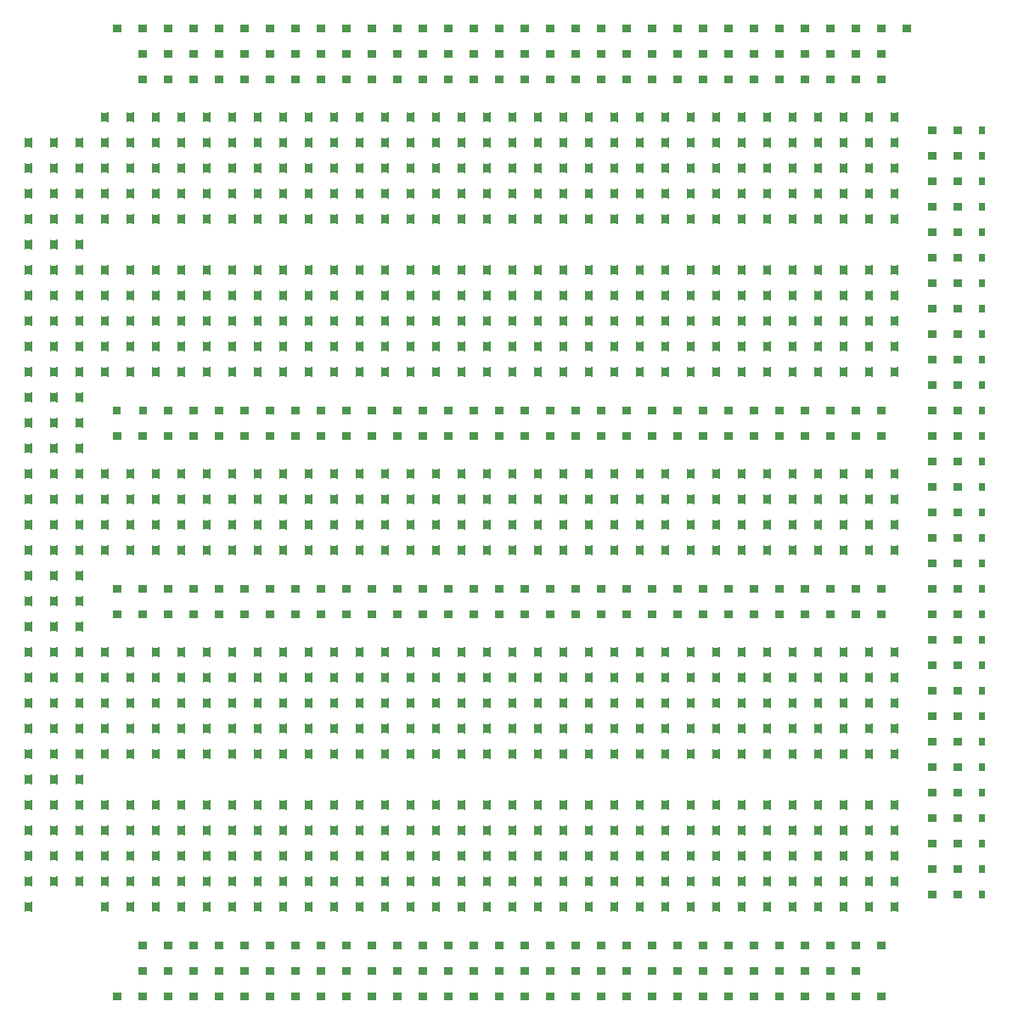
<source format=gbr>
%TF.GenerationSoftware,KiCad,Pcbnew,(6.0.1)*%
%TF.CreationDate,2023-02-05T21:43:02-08:00*%
%TF.ProjectId,Main-PcbDoc,4d61696e-2d50-4636-9244-6f632e6b6963,rev?*%
%TF.SameCoordinates,Original*%
%TF.FileFunction,Legend,Top*%
%TF.FilePolarity,Positive*%
%FSLAX46Y46*%
G04 Gerber Fmt 4.6, Leading zero omitted, Abs format (unit mm)*
G04 Created by KiCad (PCBNEW (6.0.1)) date 2023-02-05 21:43:02*
%MOMM*%
%LPD*%
G01*
G04 APERTURE LIST*
%ADD10C,0.762000*%
%ADD11C,0.150000*%
%ADD12C,1.778000*%
%ADD13C,1.930400*%
%ADD14C,2.286000*%
%ADD15C,6.350000*%
G04 APERTURE END LIST*
D10*
X26670000Y36830000D02*
X26670000Y115570000D01*
X29210000Y39370000D02*
X29210000Y115570000D01*
X31750000Y39370000D02*
X31750000Y115570000D01*
X36830000Y120650000D02*
X113030000Y120650000D01*
X39370000Y72390000D02*
X39370000Y82550000D01*
X36830000Y72390000D02*
X36830000Y82550000D01*
X34290000Y72390000D02*
X34290000Y82550000D01*
X39370000Y54610000D02*
X39370000Y64770000D01*
X36830000Y54610000D02*
X36830000Y64770000D01*
X34290000Y54610000D02*
X34290000Y64770000D01*
X39370000Y36830000D02*
X39370000Y46990000D01*
X36830000Y36830000D02*
X36830000Y46990000D01*
X34290000Y36830000D02*
X34290000Y46990000D01*
X57150000Y36830000D02*
X57150000Y46990000D01*
X54610000Y36830000D02*
X54610000Y46990000D01*
X52070000Y36830000D02*
X52070000Y46990000D01*
X49530000Y36830000D02*
X49530000Y46990000D01*
X46990000Y36830000D02*
X46990000Y46990000D01*
X44450000Y36830000D02*
X44450000Y46990000D01*
X41910000Y36830000D02*
X41910000Y46990000D01*
X57150000Y54610000D02*
X57150000Y64770000D01*
X54610000Y54610000D02*
X54610000Y64770000D01*
X52070000Y54610000D02*
X52070000Y64770000D01*
X49530000Y54610000D02*
X49530000Y64770000D01*
X46990000Y54610000D02*
X46990000Y64770000D01*
X44450000Y54610000D02*
X44450000Y64770000D01*
X41910000Y54610000D02*
X41910000Y64770000D01*
X57150000Y72390000D02*
X57150000Y82550000D01*
X54610000Y72390000D02*
X54610000Y82550000D01*
X52070000Y72390000D02*
X52070000Y82550000D01*
X49530000Y72390000D02*
X49530000Y82550000D01*
X46990000Y72390000D02*
X46990000Y82550000D01*
X44450000Y72390000D02*
X44450000Y82550000D01*
X41910000Y72390000D02*
X41910000Y82550000D01*
X57150000Y90170000D02*
X57150000Y100330000D01*
X54610000Y90170000D02*
X54610000Y100330000D01*
X52070000Y90170000D02*
X52070000Y100330000D01*
X49530000Y90170000D02*
X49530000Y100330000D01*
X46990000Y90170000D02*
X46990000Y100330000D01*
X44450000Y90170000D02*
X44450000Y100330000D01*
X57150000Y107950000D02*
X57150000Y118110000D01*
X54610000Y107950000D02*
X54610000Y118110000D01*
X52070000Y107950000D02*
X52070000Y118110000D01*
X49530000Y107950000D02*
X49530000Y118110000D01*
X46990000Y107950000D02*
X46990000Y118110000D01*
X44450000Y107950000D02*
X44450000Y118110000D01*
X118110000Y39370000D02*
X123190000Y39370000D01*
X118110000Y41910000D02*
X123190000Y41910000D01*
X118110000Y44450000D02*
X123190000Y44450000D01*
X118110000Y46990000D02*
X123190000Y46990000D01*
X34290000Y29210000D02*
X113030000Y29210000D01*
X36830000Y31750000D02*
X110490000Y31750000D01*
X113030000Y72390000D02*
X113030000Y82550000D01*
X110490000Y72390000D02*
X110490000Y82550000D01*
X107950000Y72390000D02*
X107950000Y82550000D01*
X105410000Y72390000D02*
X105410000Y82550000D01*
X102870000Y72390000D02*
X102870000Y82550000D01*
X100330000Y72390000D02*
X100330000Y82550000D01*
X97790000Y72390000D02*
X97790000Y82550000D01*
X95250000Y72390000D02*
X95250000Y82550000D01*
X92710000Y72390000D02*
X92710000Y82550000D01*
X90170000Y72390000D02*
X90170000Y82550000D01*
X87630000Y72390000D02*
X87630000Y82550000D01*
X85090000Y72390000D02*
X85090000Y82550000D01*
X82550000Y72390000D02*
X82550000Y82550000D01*
X80010000Y72390000D02*
X80010000Y82550000D01*
X77470000Y72390000D02*
X77470000Y82550000D01*
X74930000Y72390000D02*
X74930000Y82550000D01*
X72390000Y72390000D02*
X72390000Y82550000D01*
X69850000Y72390000D02*
X69850000Y82550000D01*
X67310000Y72390000D02*
X67310000Y82550000D01*
X64770000Y72390000D02*
X64770000Y82550000D01*
X62230000Y72390000D02*
X62230000Y82550000D01*
X59690000Y72390000D02*
X59690000Y82550000D01*
X118110000Y54610000D02*
X123190000Y54610000D01*
X118110000Y52070000D02*
X123190000Y52070000D01*
X118110000Y49530000D02*
X123190000Y49530000D01*
X118110000Y64770000D02*
X123190000Y64770000D01*
X118110000Y62230000D02*
X123190000Y62230000D01*
X118110000Y59690000D02*
X123190000Y59690000D01*
X118110000Y57150000D02*
X123190000Y57150000D01*
X118110000Y74930000D02*
X123190000Y74930000D01*
X118110000Y72390000D02*
X123190000Y72390000D01*
X118110000Y69850000D02*
X123190000Y69850000D01*
X118110000Y67310000D02*
X123190000Y67310000D01*
X118110000Y85090000D02*
X123190000Y85090000D01*
X118110000Y82550000D02*
X123190000Y82550000D01*
X118110000Y80010000D02*
X123190000Y80010000D01*
X118110000Y77470000D02*
X123190000Y77470000D01*
X118110000Y95250000D02*
X123190000Y95250000D01*
X118110000Y92710000D02*
X123190000Y92710000D01*
X118110000Y90170000D02*
X123190000Y90170000D01*
X118110000Y87630000D02*
X123190000Y87630000D01*
X118110000Y97790000D02*
X123190000Y97790000D01*
X118110000Y100330000D02*
X123190000Y100330000D01*
X118110000Y102870000D02*
X123190000Y102870000D01*
X118110000Y105410000D02*
X123190000Y105410000D01*
X118110000Y107950000D02*
X123190000Y107950000D01*
X118110000Y110490000D02*
X123190000Y110490000D01*
X118110000Y113030000D02*
X123190000Y113030000D01*
X118110000Y115570000D02*
X123190000Y115570000D01*
X59690000Y107950000D02*
X59690000Y118110000D01*
X62230000Y107950000D02*
X62230000Y118110000D01*
X64770000Y107950000D02*
X64770000Y118110000D01*
X67310000Y107950000D02*
X67310000Y118110000D01*
X69850000Y107950000D02*
X69850000Y118110000D01*
X72390000Y107950000D02*
X72390000Y118110000D01*
X74930000Y107950000D02*
X74930000Y118110000D01*
X77470000Y107950000D02*
X77470000Y118110000D01*
X80010000Y107950000D02*
X80010000Y118110000D01*
X82550000Y107950000D02*
X82550000Y118110000D01*
X85090000Y107950000D02*
X85090000Y118110000D01*
X87630000Y107950000D02*
X87630000Y118110000D01*
X90170000Y107950000D02*
X90170000Y118110000D01*
X92710000Y107950000D02*
X92710000Y118110000D01*
X95250000Y107950000D02*
X95250000Y118110000D01*
X97790000Y107950000D02*
X97790000Y118110000D01*
X100330000Y107950000D02*
X100330000Y118110000D01*
X102870000Y107950000D02*
X102870000Y118110000D01*
X105410000Y107950000D02*
X105410000Y118110000D01*
X107950000Y107950000D02*
X107950000Y118110000D01*
X110490000Y107950000D02*
X110490000Y118110000D01*
X113030000Y107950000D02*
X113030000Y118110000D01*
X59690000Y90170000D02*
X59690000Y100330000D01*
X62230000Y90170000D02*
X62230000Y100330000D01*
X64770000Y90170000D02*
X64770000Y100330000D01*
X67310000Y90170000D02*
X67310000Y100330000D01*
X69850000Y90170000D02*
X69850000Y100330000D01*
X72390000Y90170000D02*
X72390000Y100330000D01*
X74930000Y90170000D02*
X74930000Y100330000D01*
X77470000Y90170000D02*
X77470000Y100330000D01*
X80010000Y90170000D02*
X80010000Y100330000D01*
X82550000Y90170000D02*
X82550000Y100330000D01*
X85090000Y90170000D02*
X85090000Y100330000D01*
X87630000Y90170000D02*
X87630000Y100330000D01*
X90170000Y90170000D02*
X90170000Y100330000D01*
X92710000Y90170000D02*
X92710000Y100330000D01*
X95250000Y90170000D02*
X95250000Y100330000D01*
X97790000Y90170000D02*
X97790000Y100330000D01*
X100330000Y90170000D02*
X100330000Y100330000D01*
X102870000Y90170000D02*
X102870000Y100330000D01*
X105410000Y90170000D02*
X105410000Y100330000D01*
X107950000Y90170000D02*
X107950000Y100330000D01*
X110490000Y90170000D02*
X110490000Y100330000D01*
X113030000Y90170000D02*
X113030000Y100330000D01*
X59690000Y54610000D02*
X59690000Y64770000D01*
X62230000Y54610000D02*
X62230000Y64770000D01*
X64770000Y54610000D02*
X64770000Y64770000D01*
X67310000Y54610000D02*
X67310000Y64770000D01*
X69850000Y54610000D02*
X69850000Y64770000D01*
X72390000Y54610000D02*
X72390000Y64770000D01*
X74930000Y54610000D02*
X74930000Y64770000D01*
X77470000Y54610000D02*
X77470000Y64770000D01*
X80010000Y54610000D02*
X80010000Y64770000D01*
X82550000Y54610000D02*
X82550000Y64770000D01*
X85090000Y54610000D02*
X85090000Y64770000D01*
X87630000Y54610000D02*
X87630000Y64770000D01*
X90170000Y54610000D02*
X90170000Y64770000D01*
X92710000Y54610000D02*
X92710000Y64770000D01*
X95250000Y54610000D02*
X95250000Y64770000D01*
X97790000Y54610000D02*
X97790000Y64770000D01*
X100330000Y54610000D02*
X100330000Y64770000D01*
X102870000Y54610000D02*
X102870000Y64770000D01*
X105410000Y54610000D02*
X105410000Y64770000D01*
X107950000Y54610000D02*
X107950000Y64770000D01*
X110490000Y54610000D02*
X110490000Y64770000D01*
X113030000Y54610000D02*
X113030000Y64770000D01*
X113030000Y36830000D02*
X113030000Y46990000D01*
X110490000Y36830000D02*
X110490000Y46990000D01*
X107950000Y36830000D02*
X107950000Y46990000D01*
X105410000Y36830000D02*
X105410000Y46990000D01*
X102870000Y36830000D02*
X102870000Y46990000D01*
X100330000Y36830000D02*
X100330000Y46990000D01*
X97790000Y36830000D02*
X97790000Y46990000D01*
X95250000Y36830000D02*
X95250000Y46990000D01*
X92710000Y36830000D02*
X92710000Y46990000D01*
X90170000Y36830000D02*
X90170000Y46990000D01*
X87630000Y36830000D02*
X87630000Y46990000D01*
X85090000Y36830000D02*
X85090000Y46990000D01*
X82550000Y36830000D02*
X82550000Y46990000D01*
X80010000Y36830000D02*
X80010000Y46990000D01*
X77470000Y36830000D02*
X77470000Y46990000D01*
X74930000Y36830000D02*
X74930000Y46990000D01*
X72390000Y36830000D02*
X72390000Y46990000D01*
X69850000Y36830000D02*
X69850000Y46990000D01*
X67310000Y36830000D02*
X67310000Y46990000D01*
X64770000Y36830000D02*
X64770000Y46990000D01*
X62230000Y36830000D02*
X62230000Y46990000D01*
X59690000Y36830000D02*
X59690000Y46990000D01*
X34290000Y125730000D02*
X115570000Y125730000D01*
X36830000Y34290000D02*
X113030000Y34290000D01*
X36830000Y123190000D02*
X113030000Y123190000D01*
X34290000Y107950000D02*
X34290000Y118110000D01*
X36830000Y107950000D02*
X36830000Y118110000D01*
X39370000Y107950000D02*
X39370000Y118110000D01*
X41910000Y107950000D02*
X41910000Y118110000D01*
X34290000Y90170000D02*
X34290000Y100330000D01*
X36830000Y90170000D02*
X36830000Y100330000D01*
X39370000Y90170000D02*
X39370000Y100330000D01*
X41910000Y90170000D02*
X41910000Y100330000D01*
X59690000Y39370000D02*
X59690000Y49530000D01*
X62230000Y39370000D02*
X62230000Y49530000D01*
X64770000Y39370000D02*
X64770000Y49530000D01*
X67310000Y39370000D02*
X67310000Y49530000D01*
X69850000Y39370000D02*
X69850000Y49530000D01*
X72390000Y39370000D02*
X72390000Y49530000D01*
X74930000Y39370000D02*
X74930000Y49530000D01*
X77470000Y39370000D02*
X77470000Y49530000D01*
X80010000Y39370000D02*
X80010000Y49530000D01*
X82550000Y39370000D02*
X82550000Y49530000D01*
X85090000Y39370000D02*
X85090000Y49530000D01*
X87630000Y39370000D02*
X87630000Y49530000D01*
X90170000Y39370000D02*
X90170000Y49530000D01*
X92710000Y39370000D02*
X92710000Y49530000D01*
X95250000Y39370000D02*
X95250000Y49530000D01*
X97790000Y39370000D02*
X97790000Y49530000D01*
X100330000Y39370000D02*
X100330000Y49530000D01*
X102870000Y39370000D02*
X102870000Y49530000D01*
X105410000Y39370000D02*
X105410000Y49530000D01*
X107950000Y39370000D02*
X107950000Y49530000D01*
X110490000Y39370000D02*
X110490000Y49530000D01*
X113030000Y39370000D02*
X113030000Y49530000D01*
X41910000Y39370000D02*
X41910000Y49530000D01*
X44450000Y39370000D02*
X44450000Y49530000D01*
X46990000Y39370000D02*
X46990000Y49530000D01*
X49530000Y39370000D02*
X49530000Y49530000D01*
X52070000Y39370000D02*
X52070000Y49530000D01*
X54610000Y39370000D02*
X54610000Y49530000D01*
X57150000Y39370000D02*
X57150000Y49530000D01*
X34290000Y39370000D02*
X34290000Y49530000D01*
X36830000Y39370000D02*
X36830000Y49530000D01*
X39370000Y39370000D02*
X39370000Y49530000D01*
X59690000Y52070000D02*
X59690000Y62230000D01*
X62230000Y52070000D02*
X62230000Y62230000D01*
X64770000Y52070000D02*
X64770000Y62230000D01*
X67310000Y52070000D02*
X67310000Y62230000D01*
X69850000Y52070000D02*
X69850000Y62230000D01*
X72390000Y52070000D02*
X72390000Y62230000D01*
X74930000Y52070000D02*
X74930000Y62230000D01*
X77470000Y52070000D02*
X77470000Y62230000D01*
X80010000Y52070000D02*
X80010000Y62230000D01*
X82550000Y52070000D02*
X82550000Y62230000D01*
X85090000Y52070000D02*
X85090000Y62230000D01*
X87630000Y52070000D02*
X87630000Y62230000D01*
X90170000Y52070000D02*
X90170000Y62230000D01*
X92710000Y52070000D02*
X92710000Y62230000D01*
X95250000Y52070000D02*
X95250000Y62230000D01*
X97790000Y52070000D02*
X97790000Y62230000D01*
X100330000Y52070000D02*
X100330000Y62230000D01*
X102870000Y52070000D02*
X102870000Y62230000D01*
X105410000Y52070000D02*
X105410000Y62230000D01*
X107950000Y52070000D02*
X107950000Y62230000D01*
X110490000Y52070000D02*
X110490000Y62230000D01*
X113030000Y52070000D02*
X113030000Y62230000D01*
X41910000Y52070000D02*
X41910000Y62230000D01*
X44450000Y52070000D02*
X44450000Y62230000D01*
X46990000Y52070000D02*
X46990000Y62230000D01*
X49530000Y52070000D02*
X49530000Y62230000D01*
X52070000Y52070000D02*
X52070000Y62230000D01*
X54610000Y52070000D02*
X54610000Y62230000D01*
X57150000Y52070000D02*
X57150000Y62230000D01*
X34290000Y52070000D02*
X34290000Y62230000D01*
X36830000Y52070000D02*
X36830000Y62230000D01*
X39370000Y52070000D02*
X39370000Y62230000D01*
X59690000Y92710000D02*
X59690000Y102870000D01*
X62230000Y92710000D02*
X62230000Y102870000D01*
X64770000Y92710000D02*
X64770000Y102870000D01*
X67310000Y92710000D02*
X67310000Y102870000D01*
X69850000Y92710000D02*
X69850000Y102870000D01*
X72390000Y92710000D02*
X72390000Y102870000D01*
X74930000Y92710000D02*
X74930000Y102870000D01*
X77470000Y92710000D02*
X77470000Y102870000D01*
X80010000Y92710000D02*
X80010000Y102870000D01*
X82550000Y92710000D02*
X82550000Y102870000D01*
X85090000Y92710000D02*
X85090000Y102870000D01*
X87630000Y92710000D02*
X87630000Y102870000D01*
X90170000Y92710000D02*
X90170000Y102870000D01*
X92710000Y92710000D02*
X92710000Y102870000D01*
X95250000Y92710000D02*
X95250000Y102870000D01*
X97790000Y92710000D02*
X97790000Y102870000D01*
X100330000Y92710000D02*
X100330000Y102870000D01*
X102870000Y92710000D02*
X102870000Y102870000D01*
X105410000Y92710000D02*
X105410000Y102870000D01*
X107950000Y92710000D02*
X107950000Y102870000D01*
X110490000Y92710000D02*
X110490000Y102870000D01*
X113030000Y92710000D02*
X113030000Y102870000D01*
X41910000Y92710000D02*
X41910000Y102870000D01*
X44450000Y92710000D02*
X44450000Y102870000D01*
X46990000Y92710000D02*
X46990000Y102870000D01*
X49530000Y92710000D02*
X49530000Y102870000D01*
X52070000Y92710000D02*
X52070000Y102870000D01*
X54610000Y92710000D02*
X54610000Y102870000D01*
X57150000Y92710000D02*
X57150000Y102870000D01*
X34290000Y92710000D02*
X34290000Y102870000D01*
X36830000Y92710000D02*
X36830000Y102870000D01*
X39370000Y92710000D02*
X39370000Y102870000D01*
X59690000Y105410000D02*
X59690000Y115570000D01*
X62230000Y105410000D02*
X62230000Y115570000D01*
X64770000Y105410000D02*
X64770000Y115570000D01*
X67310000Y105410000D02*
X67310000Y115570000D01*
X69850000Y105410000D02*
X69850000Y115570000D01*
X72390000Y105410000D02*
X72390000Y115570000D01*
X74930000Y105410000D02*
X74930000Y115570000D01*
X77470000Y105410000D02*
X77470000Y115570000D01*
X80010000Y105410000D02*
X80010000Y115570000D01*
X82550000Y105410000D02*
X82550000Y115570000D01*
X85090000Y105410000D02*
X85090000Y115570000D01*
X87630000Y105410000D02*
X87630000Y115570000D01*
X90170000Y105410000D02*
X90170000Y115570000D01*
X92710000Y105410000D02*
X92710000Y115570000D01*
X95250000Y105410000D02*
X95250000Y115570000D01*
X97790000Y105410000D02*
X97790000Y115570000D01*
X100330000Y105410000D02*
X100330000Y115570000D01*
X102870000Y105410000D02*
X102870000Y115570000D01*
X105410000Y105410000D02*
X105410000Y115570000D01*
X107950000Y105410000D02*
X107950000Y115570000D01*
X110490000Y105410000D02*
X110490000Y115570000D01*
X113030000Y105410000D02*
X113030000Y115570000D01*
X41910000Y105410000D02*
X41910000Y115570000D01*
X44450000Y105410000D02*
X44450000Y115570000D01*
X46990000Y105410000D02*
X46990000Y115570000D01*
X49530000Y105410000D02*
X49530000Y115570000D01*
X52070000Y105410000D02*
X52070000Y115570000D01*
X54610000Y105410000D02*
X54610000Y115570000D01*
X57150000Y105410000D02*
X57150000Y115570000D01*
X34290000Y105410000D02*
X34290000Y115570000D01*
X36830000Y105410000D02*
X36830000Y115570000D01*
X39370000Y105410000D02*
X39370000Y115570000D01*
X34290000Y85090000D02*
X113030000Y85090000D01*
X34290000Y87630000D02*
X113030000Y87630000D01*
X34290000Y67310000D02*
X113030000Y67310000D01*
X34290000Y69850000D02*
X113030000Y69850000D01*
X115570000Y115570000D02*
X120650000Y115570000D01*
X115570000Y113030000D02*
X120650000Y113030000D01*
X115570000Y110490000D02*
X120650000Y110490000D01*
X115570000Y107950000D02*
X120650000Y107950000D01*
X115570000Y105410000D02*
X120650000Y105410000D01*
X115570000Y102870000D02*
X120650000Y102870000D01*
X115570000Y100330000D02*
X120650000Y100330000D01*
X115570000Y97790000D02*
X120650000Y97790000D01*
X115570000Y87630000D02*
X120650000Y87630000D01*
X115570000Y90170000D02*
X120650000Y90170000D01*
X115570000Y92710000D02*
X120650000Y92710000D01*
X115570000Y95250000D02*
X120650000Y95250000D01*
X115570000Y77470000D02*
X120650000Y77470000D01*
X115570000Y80010000D02*
X120650000Y80010000D01*
X115570000Y82550000D02*
X120650000Y82550000D01*
X115570000Y85090000D02*
X120650000Y85090000D01*
X115570000Y67310000D02*
X120650000Y67310000D01*
X115570000Y69850000D02*
X120650000Y69850000D01*
X115570000Y72390000D02*
X120650000Y72390000D01*
X115570000Y74930000D02*
X120650000Y74930000D01*
X115570000Y57150000D02*
X120650000Y57150000D01*
X115570000Y59690000D02*
X120650000Y59690000D01*
X115570000Y62230000D02*
X120650000Y62230000D01*
X115570000Y64770000D02*
X120650000Y64770000D01*
X115570000Y49530000D02*
X120650000Y49530000D01*
X115570000Y52070000D02*
X120650000Y52070000D01*
X115570000Y54610000D02*
X120650000Y54610000D01*
X115570000Y46990000D02*
X120650000Y46990000D01*
X115570000Y44450000D02*
X120650000Y44450000D01*
X115570000Y41910000D02*
X120650000Y41910000D01*
X115570000Y39370000D02*
X120650000Y39370000D01*
D11*
%TO.C,*%
%TD*%
%LPC*%
D12*
%TO.C,*%
X31750000Y41910000D03*
X31750000Y39370000D03*
X26670000Y41910000D03*
X29210000Y41910000D03*
X26670000Y39370000D03*
X26670000Y36830000D03*
X29210000Y39370000D03*
X31750000Y49530000D03*
X31750000Y46990000D03*
X26670000Y49530000D03*
X29210000Y49530000D03*
X26670000Y46990000D03*
X26670000Y44450000D03*
X29210000Y46990000D03*
X29210000Y44450000D03*
X31750000Y44450000D03*
X31750000Y57150000D03*
X31750000Y54610000D03*
X26670000Y57150000D03*
X29210000Y57150000D03*
X26670000Y54610000D03*
X26670000Y52070000D03*
X29210000Y54610000D03*
X29210000Y52070000D03*
X31750000Y52070000D03*
X31750000Y64770000D03*
X31750000Y62230000D03*
X26670000Y64770000D03*
X29210000Y64770000D03*
X26670000Y62230000D03*
X26670000Y59690000D03*
X29210000Y62230000D03*
X29210000Y59690000D03*
X31750000Y59690000D03*
X31750000Y72390000D03*
X31750000Y69850000D03*
X26670000Y72390000D03*
X29210000Y72390000D03*
X26670000Y69850000D03*
X26670000Y67310000D03*
X29210000Y69850000D03*
X29210000Y67310000D03*
X31750000Y67310000D03*
X31750000Y80010000D03*
X31750000Y77470000D03*
X26670000Y80010000D03*
X29210000Y80010000D03*
X26670000Y77470000D03*
X26670000Y74930000D03*
X29210000Y77470000D03*
X29210000Y74930000D03*
X31750000Y74930000D03*
X31750000Y82550000D03*
X29210000Y82550000D03*
X29210000Y85090000D03*
X26670000Y82550000D03*
X26670000Y85090000D03*
X29210000Y87630000D03*
X26670000Y87630000D03*
X31750000Y85090000D03*
X31750000Y87630000D03*
X34290000Y29210000D03*
X36830000Y34290000D03*
X39370000Y34290000D03*
X41910000Y34290000D03*
X44450000Y34290000D03*
X46990000Y34290000D03*
X49530000Y34290000D03*
X52070000Y34290000D03*
X57150000Y34290000D03*
X54610000Y34290000D03*
X54610000Y31750000D03*
X57150000Y31750000D03*
X52070000Y31750000D03*
X49530000Y31750000D03*
X46990000Y31750000D03*
X44450000Y31750000D03*
X41910000Y31750000D03*
X39370000Y31750000D03*
X36830000Y31750000D03*
X54610000Y29210000D03*
X57150000Y29210000D03*
X52070000Y29210000D03*
X49530000Y29210000D03*
X46990000Y29210000D03*
X44450000Y29210000D03*
X41910000Y29210000D03*
X39370000Y29210000D03*
X36830000Y29210000D03*
X34290000Y125730000D03*
X57150000Y123190000D03*
X54610000Y123190000D03*
X52070000Y123190000D03*
X49530000Y123190000D03*
X46990000Y123190000D03*
X44450000Y123190000D03*
X41910000Y123190000D03*
X39370000Y123190000D03*
X36830000Y123190000D03*
X36830000Y125730000D03*
X39370000Y125730000D03*
X41910000Y125730000D03*
X44450000Y125730000D03*
X46990000Y125730000D03*
X49530000Y125730000D03*
X52070000Y125730000D03*
X54610000Y125730000D03*
X57150000Y125730000D03*
X36830000Y120650000D03*
X39370000Y120650000D03*
X41910000Y120650000D03*
X44450000Y120650000D03*
X46990000Y120650000D03*
X49530000Y120650000D03*
X52070000Y120650000D03*
X54610000Y120650000D03*
X57150000Y120650000D03*
X102870000Y120650000D03*
X105410000Y120650000D03*
X107950000Y120650000D03*
X110490000Y120650000D03*
X113030000Y120650000D03*
X80010000Y120650000D03*
X82550000Y120650000D03*
X85090000Y120650000D03*
X87630000Y120650000D03*
X90170000Y120650000D03*
X92710000Y120650000D03*
X95250000Y120650000D03*
X97790000Y120650000D03*
X100330000Y120650000D03*
X77470000Y120650000D03*
X74930000Y120650000D03*
X72390000Y120650000D03*
X69850000Y120650000D03*
X67310000Y120650000D03*
X64770000Y120650000D03*
X62230000Y120650000D03*
X59690000Y120650000D03*
X52070000Y87630000D03*
X54610000Y87630000D03*
X57150000Y87630000D03*
X49530000Y87630000D03*
X46990000Y87630000D03*
X44450000Y87630000D03*
X41910000Y87630000D03*
X39370000Y87630000D03*
D13*
X36830000Y87630000D03*
D12*
X34290000Y87630000D03*
X52070000Y85090000D03*
X54610000Y85090000D03*
X57150000Y85090000D03*
X49530000Y85090000D03*
X46990000Y85090000D03*
X44450000Y85090000D03*
X41910000Y85090000D03*
X39370000Y85090000D03*
X36830000Y85090000D03*
X34290000Y85090000D03*
X52070000Y69850000D03*
X54610000Y69850000D03*
X57150000Y69850000D03*
X49530000Y69850000D03*
X46990000Y69850000D03*
X44450000Y69850000D03*
X41910000Y69850000D03*
X39370000Y69850000D03*
X36830000Y69850000D03*
X34290000Y69850000D03*
X52070000Y67310000D03*
X54610000Y67310000D03*
X57150000Y67310000D03*
X49530000Y67310000D03*
X46990000Y67310000D03*
X44450000Y67310000D03*
X41910000Y67310000D03*
X39370000Y67310000D03*
X36830000Y67310000D03*
X34290000Y67310000D03*
X39370000Y72390000D03*
X36830000Y72390000D03*
X34290000Y72390000D03*
X39370000Y74930000D03*
X39370000Y77470000D03*
X39370000Y80010000D03*
X39370000Y82550000D03*
X36830000Y74930000D03*
X36830000Y77470000D03*
X36830000Y80010000D03*
X36830000Y82550000D03*
X34290000Y74930000D03*
X34290000Y77470000D03*
X34290000Y80010000D03*
X34290000Y82550000D03*
X39370000Y54610000D03*
X36830000Y54610000D03*
X34290000Y54610000D03*
X39370000Y57150000D03*
X39370000Y59690000D03*
X39370000Y62230000D03*
X39370000Y64770000D03*
X36830000Y57150000D03*
X36830000Y59690000D03*
X36830000Y62230000D03*
X36830000Y64770000D03*
X34290000Y57150000D03*
X34290000Y59690000D03*
X34290000Y62230000D03*
X34290000Y64770000D03*
X39370000Y36830000D03*
X36830000Y36830000D03*
X34290000Y36830000D03*
X39370000Y39370000D03*
X39370000Y41910000D03*
X39370000Y44450000D03*
X39370000Y46990000D03*
X36830000Y39370000D03*
X36830000Y41910000D03*
X36830000Y44450000D03*
X36830000Y46990000D03*
X34290000Y39370000D03*
X34290000Y41910000D03*
X34290000Y44450000D03*
X34290000Y46990000D03*
X57150000Y36830000D03*
X54610000Y36830000D03*
X52070000Y36830000D03*
X49530000Y36830000D03*
X46990000Y36830000D03*
X44450000Y36830000D03*
X41910000Y36830000D03*
X57150000Y39370000D03*
X57150000Y41910000D03*
X57150000Y44450000D03*
X57150000Y46990000D03*
X54610000Y39370000D03*
X54610000Y41910000D03*
X54610000Y44450000D03*
X54610000Y46990000D03*
X52070000Y39370000D03*
X52070000Y41910000D03*
X52070000Y44450000D03*
X52070000Y46990000D03*
X49530000Y39370000D03*
X49530000Y41910000D03*
X49530000Y44450000D03*
X49530000Y46990000D03*
X46990000Y39370000D03*
X46990000Y41910000D03*
X46990000Y44450000D03*
X46990000Y46990000D03*
X44450000Y39370000D03*
X44450000Y41910000D03*
X44450000Y44450000D03*
X44450000Y46990000D03*
X41910000Y46990000D03*
X41910000Y44450000D03*
X41910000Y41910000D03*
X41910000Y39370000D03*
X57150000Y54610000D03*
X54610000Y54610000D03*
X52070000Y54610000D03*
X49530000Y54610000D03*
X46990000Y54610000D03*
X44450000Y54610000D03*
X41910000Y54610000D03*
X57150000Y57150000D03*
X57150000Y59690000D03*
X57150000Y62230000D03*
X57150000Y64770000D03*
X54610000Y57150000D03*
X54610000Y59690000D03*
X54610000Y62230000D03*
X54610000Y64770000D03*
X52070000Y57150000D03*
X52070000Y59690000D03*
X52070000Y62230000D03*
X52070000Y64770000D03*
X49530000Y57150000D03*
X49530000Y59690000D03*
X49530000Y62230000D03*
X49530000Y64770000D03*
X46990000Y57150000D03*
X46990000Y59690000D03*
X46990000Y62230000D03*
X46990000Y64770000D03*
X44450000Y57150000D03*
X44450000Y59690000D03*
X44450000Y62230000D03*
X44450000Y64770000D03*
X41910000Y64770000D03*
X41910000Y62230000D03*
X41910000Y59690000D03*
X41910000Y57150000D03*
X57150000Y72390000D03*
X54610000Y72390000D03*
X52070000Y72390000D03*
X49530000Y72390000D03*
X46990000Y72390000D03*
X44450000Y72390000D03*
X41910000Y72390000D03*
X57150000Y74930000D03*
X57150000Y77470000D03*
X57150000Y80010000D03*
X57150000Y82550000D03*
X54610000Y74930000D03*
X54610000Y77470000D03*
X54610000Y80010000D03*
X54610000Y82550000D03*
X52070000Y74930000D03*
X52070000Y77470000D03*
X52070000Y80010000D03*
X52070000Y82550000D03*
X49530000Y74930000D03*
X49530000Y77470000D03*
X49530000Y80010000D03*
X49530000Y82550000D03*
X46990000Y74930000D03*
X46990000Y77470000D03*
X46990000Y80010000D03*
X46990000Y82550000D03*
X44450000Y74930000D03*
X44450000Y77470000D03*
X44450000Y80010000D03*
X44450000Y82550000D03*
X41910000Y82550000D03*
X41910000Y80010000D03*
X41910000Y77470000D03*
X41910000Y74930000D03*
X57150000Y90170000D03*
X54610000Y90170000D03*
X52070000Y90170000D03*
X49530000Y90170000D03*
X46990000Y90170000D03*
X44450000Y90170000D03*
X57150000Y92710000D03*
X57150000Y95250000D03*
X57150000Y97790000D03*
X57150000Y100330000D03*
X54610000Y92710000D03*
X54610000Y95250000D03*
X54610000Y97790000D03*
X54610000Y100330000D03*
X52070000Y92710000D03*
X52070000Y95250000D03*
X52070000Y97790000D03*
X52070000Y100330000D03*
X49530000Y92710000D03*
X49530000Y95250000D03*
X49530000Y97790000D03*
X49530000Y100330000D03*
X46990000Y92710000D03*
X46990000Y95250000D03*
X46990000Y97790000D03*
X46990000Y100330000D03*
X44450000Y92710000D03*
X44450000Y95250000D03*
X44450000Y97790000D03*
X44450000Y100330000D03*
X57150000Y107950000D03*
X54610000Y107950000D03*
X52070000Y107950000D03*
X49530000Y107950000D03*
X46990000Y107950000D03*
X44450000Y107950000D03*
X57150000Y110490000D03*
X57150000Y113030000D03*
X57150000Y115570000D03*
X57150000Y118110000D03*
X54610000Y110490000D03*
X54610000Y113030000D03*
X54610000Y115570000D03*
X54610000Y118110000D03*
X52070000Y110490000D03*
X52070000Y113030000D03*
X52070000Y115570000D03*
X52070000Y118110000D03*
X49530000Y110490000D03*
X49530000Y113030000D03*
X49530000Y115570000D03*
X49530000Y118110000D03*
X46990000Y110490000D03*
X46990000Y113030000D03*
X46990000Y115570000D03*
X46990000Y118110000D03*
X44450000Y110490000D03*
X44450000Y113030000D03*
X44450000Y115570000D03*
X44450000Y118110000D03*
D14*
X123190000Y39370000D03*
D12*
X120650000Y39370000D03*
X118110000Y39370000D03*
X118110000Y41910000D03*
X120650000Y41910000D03*
D14*
X123190000Y41910000D03*
D12*
X118110000Y44450000D03*
X120650000Y44450000D03*
D14*
X123190000Y44450000D03*
D12*
X118110000Y46990000D03*
X120650000Y46990000D03*
D14*
X123190000Y46990000D03*
D12*
X59690000Y29210000D03*
X62230000Y29210000D03*
X64770000Y29210000D03*
X67310000Y29210000D03*
X69850000Y29210000D03*
X72390000Y29210000D03*
X74930000Y29210000D03*
X97790000Y29210000D03*
X95250000Y29210000D03*
X92710000Y29210000D03*
X90170000Y29210000D03*
X87630000Y29210000D03*
X85090000Y29210000D03*
X82550000Y29210000D03*
X80010000Y29210000D03*
X77470000Y29210000D03*
X113030000Y29210000D03*
X110490000Y29210000D03*
X107950000Y29210000D03*
X105410000Y29210000D03*
X102870000Y29210000D03*
X100330000Y29210000D03*
X59690000Y31750000D03*
X62230000Y31750000D03*
X64770000Y31750000D03*
X67310000Y31750000D03*
X69850000Y31750000D03*
X72390000Y31750000D03*
X74930000Y31750000D03*
X97790000Y31750000D03*
X95250000Y31750000D03*
X92710000Y31750000D03*
X90170000Y31750000D03*
X87630000Y31750000D03*
X85090000Y31750000D03*
X82550000Y31750000D03*
X80010000Y31750000D03*
X77470000Y31750000D03*
X113030000Y31750000D03*
X110490000Y31750000D03*
X107950000Y31750000D03*
X105410000Y31750000D03*
X102870000Y31750000D03*
X100330000Y31750000D03*
X113030000Y72390000D03*
X113030000Y74930000D03*
X113030000Y77470000D03*
X113030000Y80010000D03*
X113030000Y82550000D03*
X110490000Y72390000D03*
X110490000Y74930000D03*
X110490000Y77470000D03*
X110490000Y80010000D03*
X110490000Y82550000D03*
X107950000Y72390000D03*
X107950000Y74930000D03*
X107950000Y77470000D03*
X107950000Y80010000D03*
X107950000Y82550000D03*
X105410000Y72390000D03*
X105410000Y74930000D03*
X105410000Y77470000D03*
X105410000Y80010000D03*
X105410000Y82550000D03*
X102870000Y72390000D03*
X102870000Y74930000D03*
X102870000Y77470000D03*
X102870000Y80010000D03*
X102870000Y82550000D03*
X100330000Y72390000D03*
X100330000Y74930000D03*
X100330000Y77470000D03*
X100330000Y80010000D03*
X100330000Y82550000D03*
X97790000Y72390000D03*
X97790000Y74930000D03*
X97790000Y77470000D03*
X97790000Y80010000D03*
X97790000Y82550000D03*
X95250000Y72390000D03*
X95250000Y74930000D03*
X95250000Y77470000D03*
X95250000Y80010000D03*
X95250000Y82550000D03*
X92710000Y72390000D03*
X92710000Y74930000D03*
X92710000Y77470000D03*
X92710000Y80010000D03*
X92710000Y82550000D03*
X90170000Y72390000D03*
X90170000Y74930000D03*
X90170000Y77470000D03*
X90170000Y80010000D03*
X90170000Y82550000D03*
X87630000Y72390000D03*
X87630000Y74930000D03*
X87630000Y77470000D03*
X87630000Y80010000D03*
X87630000Y82550000D03*
X85090000Y72390000D03*
X85090000Y74930000D03*
X85090000Y77470000D03*
X85090000Y80010000D03*
X85090000Y82550000D03*
X82550000Y72390000D03*
X82550000Y74930000D03*
X82550000Y77470000D03*
X82550000Y80010000D03*
X82550000Y82550000D03*
X80010000Y72390000D03*
X80010000Y74930000D03*
X80010000Y77470000D03*
X80010000Y80010000D03*
X80010000Y82550000D03*
X77470000Y72390000D03*
X77470000Y74930000D03*
X77470000Y77470000D03*
X77470000Y80010000D03*
X77470000Y82550000D03*
X74930000Y72390000D03*
X74930000Y74930000D03*
X74930000Y77470000D03*
X74930000Y80010000D03*
X74930000Y82550000D03*
X72390000Y72390000D03*
X72390000Y74930000D03*
X72390000Y77470000D03*
X72390000Y80010000D03*
X72390000Y82550000D03*
X69850000Y72390000D03*
X69850000Y74930000D03*
X69850000Y77470000D03*
X69850000Y80010000D03*
X69850000Y82550000D03*
X67310000Y72390000D03*
X67310000Y74930000D03*
X67310000Y77470000D03*
X67310000Y80010000D03*
X67310000Y82550000D03*
X64770000Y72390000D03*
X64770000Y74930000D03*
X64770000Y77470000D03*
X64770000Y80010000D03*
X64770000Y82550000D03*
X62230000Y72390000D03*
X62230000Y74930000D03*
X62230000Y77470000D03*
X62230000Y80010000D03*
X62230000Y82550000D03*
X59690000Y82550000D03*
X59690000Y80010000D03*
X59690000Y77470000D03*
X59690000Y74930000D03*
X59690000Y72390000D03*
D14*
X123190000Y54610000D03*
D12*
X120650000Y54610000D03*
X118110000Y54610000D03*
D14*
X123190000Y52070000D03*
D12*
X120650000Y52070000D03*
X118110000Y52070000D03*
D14*
X123190000Y49530000D03*
D12*
X120650000Y49530000D03*
X118110000Y49530000D03*
D14*
X123190000Y64770000D03*
D12*
X120650000Y64770000D03*
X118110000Y64770000D03*
D14*
X123190000Y62230000D03*
D12*
X120650000Y62230000D03*
X118110000Y62230000D03*
D14*
X123190000Y59690000D03*
D12*
X120650000Y59690000D03*
X118110000Y59690000D03*
D14*
X123190000Y57150000D03*
D12*
X120650000Y57150000D03*
X118110000Y57150000D03*
D14*
X123190000Y74930000D03*
D12*
X120650000Y74930000D03*
X118110000Y74930000D03*
D14*
X123190000Y72390000D03*
D12*
X120650000Y72390000D03*
X118110000Y72390000D03*
D14*
X123190000Y69850000D03*
D12*
X120650000Y69850000D03*
X118110000Y69850000D03*
D14*
X123190000Y67310000D03*
D12*
X120650000Y67310000D03*
X118110000Y67310000D03*
D14*
X123190000Y85090000D03*
D12*
X120650000Y85090000D03*
X118110000Y85090000D03*
D14*
X123190000Y82550000D03*
D12*
X120650000Y82550000D03*
X118110000Y82550000D03*
D14*
X123190000Y80010000D03*
D12*
X120650000Y80010000D03*
X118110000Y80010000D03*
D14*
X123190000Y77470000D03*
D12*
X120650000Y77470000D03*
X118110000Y77470000D03*
D14*
X123190000Y95250000D03*
D12*
X120650000Y95250000D03*
X118110000Y95250000D03*
D14*
X123190000Y92710000D03*
D12*
X120650000Y92710000D03*
X118110000Y92710000D03*
D14*
X123190000Y90170000D03*
D12*
X120650000Y90170000D03*
X118110000Y90170000D03*
D14*
X123190000Y87630000D03*
D12*
X120650000Y87630000D03*
X118110000Y87630000D03*
X118110000Y97790000D03*
X120650000Y97790000D03*
D14*
X123190000Y97790000D03*
D12*
X118110000Y100330000D03*
X120650000Y100330000D03*
D14*
X123190000Y100330000D03*
D12*
X118110000Y102870000D03*
X120650000Y102870000D03*
D14*
X123190000Y102870000D03*
D12*
X118110000Y105410000D03*
X120650000Y105410000D03*
D14*
X123190000Y105410000D03*
D12*
X118110000Y107950000D03*
X120650000Y107950000D03*
D14*
X123190000Y107950000D03*
D12*
X118110000Y110490000D03*
X120650000Y110490000D03*
D14*
X123190000Y110490000D03*
D12*
X118110000Y113030000D03*
X120650000Y113030000D03*
D14*
X123190000Y113030000D03*
X123190000Y115570000D03*
D12*
X120650000Y115570000D03*
X118110000Y115570000D03*
X59690000Y110490000D03*
X59690000Y113030000D03*
X59690000Y115570000D03*
X59690000Y118110000D03*
X62230000Y118110000D03*
X62230000Y115570000D03*
X62230000Y113030000D03*
X62230000Y110490000D03*
X64770000Y118110000D03*
X64770000Y115570000D03*
X64770000Y113030000D03*
X64770000Y110490000D03*
X67310000Y118110000D03*
X67310000Y115570000D03*
X67310000Y113030000D03*
X67310000Y110490000D03*
X69850000Y118110000D03*
X69850000Y115570000D03*
X69850000Y113030000D03*
X69850000Y110490000D03*
X72390000Y118110000D03*
X72390000Y115570000D03*
X72390000Y113030000D03*
X72390000Y110490000D03*
X74930000Y118110000D03*
X74930000Y115570000D03*
X74930000Y113030000D03*
X74930000Y110490000D03*
X77470000Y118110000D03*
X77470000Y115570000D03*
X77470000Y113030000D03*
X77470000Y110490000D03*
X80010000Y118110000D03*
X80010000Y115570000D03*
X80010000Y113030000D03*
X80010000Y110490000D03*
X82550000Y118110000D03*
X82550000Y115570000D03*
X82550000Y113030000D03*
X82550000Y110490000D03*
X85090000Y118110000D03*
X85090000Y115570000D03*
X85090000Y113030000D03*
X85090000Y110490000D03*
X87630000Y118110000D03*
X87630000Y115570000D03*
X87630000Y113030000D03*
X87630000Y110490000D03*
X90170000Y118110000D03*
X90170000Y115570000D03*
X90170000Y113030000D03*
X90170000Y110490000D03*
X92710000Y118110000D03*
X92710000Y115570000D03*
X92710000Y113030000D03*
X92710000Y110490000D03*
X95250000Y118110000D03*
X95250000Y115570000D03*
X95250000Y113030000D03*
X95250000Y110490000D03*
X97790000Y118110000D03*
X97790000Y115570000D03*
X97790000Y113030000D03*
X97790000Y110490000D03*
X100330000Y118110000D03*
X100330000Y115570000D03*
X100330000Y113030000D03*
X100330000Y110490000D03*
X102870000Y118110000D03*
X102870000Y115570000D03*
X102870000Y113030000D03*
X102870000Y110490000D03*
X105410000Y118110000D03*
X105410000Y115570000D03*
X105410000Y113030000D03*
X105410000Y110490000D03*
X107950000Y118110000D03*
X107950000Y115570000D03*
X107950000Y113030000D03*
X107950000Y110490000D03*
X110490000Y118110000D03*
X110490000Y115570000D03*
X110490000Y113030000D03*
X110490000Y110490000D03*
X113030000Y118110000D03*
X113030000Y115570000D03*
X113030000Y113030000D03*
X113030000Y110490000D03*
X59690000Y107950000D03*
X62230000Y107950000D03*
X64770000Y107950000D03*
X67310000Y107950000D03*
X69850000Y107950000D03*
X72390000Y107950000D03*
X74930000Y107950000D03*
X77470000Y107950000D03*
X80010000Y107950000D03*
X82550000Y107950000D03*
X85090000Y107950000D03*
X87630000Y107950000D03*
X90170000Y107950000D03*
X92710000Y107950000D03*
X95250000Y107950000D03*
X97790000Y107950000D03*
X100330000Y107950000D03*
X102870000Y107950000D03*
X105410000Y107950000D03*
X107950000Y107950000D03*
X110490000Y107950000D03*
X113030000Y107950000D03*
X59690000Y90170000D03*
X59690000Y92710000D03*
X59690000Y95250000D03*
X59690000Y97790000D03*
X59690000Y100330000D03*
X62230000Y100330000D03*
X62230000Y97790000D03*
X62230000Y95250000D03*
X62230000Y92710000D03*
X62230000Y90170000D03*
X64770000Y100330000D03*
X64770000Y97790000D03*
X64770000Y95250000D03*
X64770000Y92710000D03*
X64770000Y90170000D03*
X67310000Y100330000D03*
X67310000Y97790000D03*
X67310000Y95250000D03*
X67310000Y92710000D03*
X67310000Y90170000D03*
X69850000Y100330000D03*
X69850000Y97790000D03*
X69850000Y95250000D03*
X69850000Y92710000D03*
X69850000Y90170000D03*
X72390000Y100330000D03*
X72390000Y97790000D03*
X72390000Y95250000D03*
X72390000Y92710000D03*
X72390000Y90170000D03*
X74930000Y100330000D03*
X74930000Y97790000D03*
X74930000Y95250000D03*
X74930000Y92710000D03*
X74930000Y90170000D03*
X77470000Y100330000D03*
X77470000Y97790000D03*
X77470000Y95250000D03*
X77470000Y92710000D03*
X77470000Y90170000D03*
X80010000Y100330000D03*
X80010000Y97790000D03*
X80010000Y95250000D03*
X80010000Y92710000D03*
X80010000Y90170000D03*
X82550000Y100330000D03*
X82550000Y97790000D03*
X82550000Y95250000D03*
X82550000Y92710000D03*
X82550000Y90170000D03*
X85090000Y100330000D03*
X85090000Y97790000D03*
X85090000Y95250000D03*
X85090000Y92710000D03*
X85090000Y90170000D03*
X87630000Y100330000D03*
X87630000Y97790000D03*
X87630000Y95250000D03*
X87630000Y92710000D03*
X87630000Y90170000D03*
X90170000Y100330000D03*
X90170000Y97790000D03*
X90170000Y95250000D03*
X90170000Y92710000D03*
X90170000Y90170000D03*
X92710000Y100330000D03*
X92710000Y97790000D03*
X92710000Y95250000D03*
X92710000Y92710000D03*
X92710000Y90170000D03*
X95250000Y100330000D03*
X95250000Y97790000D03*
X95250000Y95250000D03*
X95250000Y92710000D03*
X95250000Y90170000D03*
X97790000Y100330000D03*
X97790000Y97790000D03*
X97790000Y95250000D03*
X97790000Y92710000D03*
X97790000Y90170000D03*
X100330000Y100330000D03*
X100330000Y97790000D03*
X100330000Y95250000D03*
X100330000Y92710000D03*
X100330000Y90170000D03*
X102870000Y100330000D03*
X102870000Y97790000D03*
X102870000Y95250000D03*
X102870000Y92710000D03*
X102870000Y90170000D03*
X105410000Y100330000D03*
X105410000Y97790000D03*
X105410000Y95250000D03*
X105410000Y92710000D03*
X105410000Y90170000D03*
X107950000Y100330000D03*
X107950000Y97790000D03*
X107950000Y95250000D03*
X107950000Y92710000D03*
X107950000Y90170000D03*
X110490000Y100330000D03*
X110490000Y97790000D03*
X110490000Y95250000D03*
X110490000Y92710000D03*
X110490000Y90170000D03*
X113030000Y100330000D03*
X113030000Y97790000D03*
X113030000Y95250000D03*
X113030000Y92710000D03*
X113030000Y90170000D03*
X59690000Y85090000D03*
X62230000Y85090000D03*
X64770000Y85090000D03*
X67310000Y85090000D03*
X69850000Y85090000D03*
X72390000Y85090000D03*
X74930000Y85090000D03*
X77470000Y85090000D03*
X100330000Y85090000D03*
X97790000Y85090000D03*
X95250000Y85090000D03*
X92710000Y85090000D03*
X90170000Y85090000D03*
X87630000Y85090000D03*
X85090000Y85090000D03*
X82550000Y85090000D03*
X80010000Y85090000D03*
X113030000Y85090000D03*
X110490000Y85090000D03*
X107950000Y85090000D03*
X105410000Y85090000D03*
X102870000Y85090000D03*
X59690000Y87630000D03*
X62230000Y87630000D03*
X64770000Y87630000D03*
X67310000Y87630000D03*
X69850000Y87630000D03*
X72390000Y87630000D03*
X74930000Y87630000D03*
X77470000Y87630000D03*
X100330000Y87630000D03*
X97790000Y87630000D03*
X95250000Y87630000D03*
X92710000Y87630000D03*
X90170000Y87630000D03*
X87630000Y87630000D03*
X85090000Y87630000D03*
X82550000Y87630000D03*
X80010000Y87630000D03*
X113030000Y87630000D03*
X110490000Y87630000D03*
X107950000Y87630000D03*
X105410000Y87630000D03*
X102870000Y87630000D03*
X59690000Y54610000D03*
X59690000Y57150000D03*
X59690000Y59690000D03*
X59690000Y62230000D03*
X59690000Y64770000D03*
X62230000Y64770000D03*
X62230000Y62230000D03*
X62230000Y59690000D03*
X62230000Y57150000D03*
X62230000Y54610000D03*
X64770000Y64770000D03*
X64770000Y62230000D03*
X64770000Y59690000D03*
X64770000Y57150000D03*
X64770000Y54610000D03*
X67310000Y64770000D03*
X67310000Y62230000D03*
X67310000Y59690000D03*
X67310000Y57150000D03*
X67310000Y54610000D03*
X69850000Y64770000D03*
X69850000Y62230000D03*
X69850000Y59690000D03*
X69850000Y57150000D03*
X69850000Y54610000D03*
X72390000Y64770000D03*
X72390000Y62230000D03*
X72390000Y59690000D03*
X72390000Y57150000D03*
X72390000Y54610000D03*
X74930000Y64770000D03*
X74930000Y62230000D03*
X74930000Y59690000D03*
X74930000Y57150000D03*
X74930000Y54610000D03*
X77470000Y64770000D03*
X77470000Y62230000D03*
X77470000Y59690000D03*
X77470000Y57150000D03*
X77470000Y54610000D03*
X80010000Y64770000D03*
X80010000Y62230000D03*
X80010000Y59690000D03*
X80010000Y57150000D03*
X80010000Y54610000D03*
X82550000Y64770000D03*
X82550000Y62230000D03*
X82550000Y59690000D03*
X82550000Y57150000D03*
X82550000Y54610000D03*
X85090000Y64770000D03*
X85090000Y62230000D03*
X85090000Y59690000D03*
X85090000Y57150000D03*
X85090000Y54610000D03*
X87630000Y64770000D03*
X87630000Y62230000D03*
X87630000Y59690000D03*
X87630000Y57150000D03*
X87630000Y54610000D03*
X90170000Y64770000D03*
X90170000Y62230000D03*
X90170000Y59690000D03*
X90170000Y57150000D03*
X90170000Y54610000D03*
X92710000Y64770000D03*
X92710000Y62230000D03*
X92710000Y59690000D03*
X92710000Y57150000D03*
X92710000Y54610000D03*
X95250000Y64770000D03*
X95250000Y62230000D03*
X95250000Y59690000D03*
X95250000Y57150000D03*
X95250000Y54610000D03*
X97790000Y64770000D03*
X97790000Y62230000D03*
X97790000Y59690000D03*
X97790000Y57150000D03*
X97790000Y54610000D03*
X100330000Y64770000D03*
X100330000Y62230000D03*
X100330000Y59690000D03*
X100330000Y57150000D03*
X100330000Y54610000D03*
X102870000Y64770000D03*
X102870000Y62230000D03*
X102870000Y59690000D03*
X102870000Y57150000D03*
X102870000Y54610000D03*
X105410000Y64770000D03*
X105410000Y62230000D03*
X105410000Y59690000D03*
X105410000Y57150000D03*
X105410000Y54610000D03*
X107950000Y64770000D03*
X107950000Y62230000D03*
X107950000Y59690000D03*
X107950000Y57150000D03*
X107950000Y54610000D03*
X110490000Y64770000D03*
X110490000Y62230000D03*
X110490000Y59690000D03*
X110490000Y57150000D03*
X110490000Y54610000D03*
X113030000Y64770000D03*
X113030000Y62230000D03*
X113030000Y59690000D03*
X113030000Y57150000D03*
X113030000Y54610000D03*
X59690000Y67310000D03*
X62230000Y67310000D03*
X64770000Y67310000D03*
X67310000Y67310000D03*
X69850000Y67310000D03*
X72390000Y67310000D03*
X74930000Y67310000D03*
X77470000Y67310000D03*
X100330000Y67310000D03*
X97790000Y67310000D03*
X95250000Y67310000D03*
X92710000Y67310000D03*
X90170000Y67310000D03*
X87630000Y67310000D03*
X85090000Y67310000D03*
X82550000Y67310000D03*
X80010000Y67310000D03*
X113030000Y67310000D03*
X110490000Y67310000D03*
X107950000Y67310000D03*
X105410000Y67310000D03*
X102870000Y67310000D03*
X59690000Y69850000D03*
X62230000Y69850000D03*
X64770000Y69850000D03*
X67310000Y69850000D03*
X69850000Y69850000D03*
X72390000Y69850000D03*
X74930000Y69850000D03*
X77470000Y69850000D03*
X100330000Y69850000D03*
X97790000Y69850000D03*
X95250000Y69850000D03*
X92710000Y69850000D03*
X90170000Y69850000D03*
X87630000Y69850000D03*
X85090000Y69850000D03*
X82550000Y69850000D03*
X80010000Y69850000D03*
X113030000Y69850000D03*
X110490000Y69850000D03*
X107950000Y69850000D03*
X105410000Y69850000D03*
X102870000Y69850000D03*
X113030000Y36830000D03*
X113030000Y39370000D03*
X113030000Y41910000D03*
X113030000Y44450000D03*
X113030000Y46990000D03*
X110490000Y36830000D03*
X110490000Y39370000D03*
X110490000Y41910000D03*
X110490000Y44450000D03*
X110490000Y46990000D03*
X107950000Y36830000D03*
X107950000Y39370000D03*
X107950000Y41910000D03*
X107950000Y44450000D03*
X107950000Y46990000D03*
X105410000Y36830000D03*
X105410000Y39370000D03*
X105410000Y41910000D03*
X105410000Y44450000D03*
X105410000Y46990000D03*
X102870000Y36830000D03*
X102870000Y39370000D03*
X102870000Y41910000D03*
X102870000Y44450000D03*
X102870000Y46990000D03*
X100330000Y36830000D03*
X100330000Y39370000D03*
X100330000Y41910000D03*
X100330000Y44450000D03*
X100330000Y46990000D03*
X97790000Y36830000D03*
X97790000Y39370000D03*
X97790000Y41910000D03*
X97790000Y44450000D03*
X97790000Y46990000D03*
X95250000Y36830000D03*
X95250000Y39370000D03*
X95250000Y41910000D03*
X95250000Y44450000D03*
X95250000Y46990000D03*
X92710000Y36830000D03*
X92710000Y39370000D03*
X92710000Y41910000D03*
X92710000Y44450000D03*
X92710000Y46990000D03*
X90170000Y36830000D03*
X90170000Y39370000D03*
X90170000Y41910000D03*
X90170000Y44450000D03*
X90170000Y46990000D03*
X87630000Y36830000D03*
X87630000Y39370000D03*
X87630000Y41910000D03*
X87630000Y44450000D03*
X87630000Y46990000D03*
X85090000Y36830000D03*
X85090000Y39370000D03*
X85090000Y41910000D03*
X85090000Y44450000D03*
X85090000Y46990000D03*
X82550000Y36830000D03*
X82550000Y39370000D03*
X82550000Y41910000D03*
X82550000Y44450000D03*
X82550000Y46990000D03*
X80010000Y36830000D03*
X80010000Y39370000D03*
X80010000Y41910000D03*
X80010000Y44450000D03*
X80010000Y46990000D03*
X77470000Y36830000D03*
X77470000Y39370000D03*
X77470000Y41910000D03*
X77470000Y44450000D03*
X77470000Y46990000D03*
X74930000Y36830000D03*
X74930000Y39370000D03*
X74930000Y41910000D03*
X74930000Y44450000D03*
X74930000Y46990000D03*
X72390000Y36830000D03*
X72390000Y39370000D03*
X72390000Y41910000D03*
X72390000Y44450000D03*
X72390000Y46990000D03*
X69850000Y36830000D03*
X69850000Y39370000D03*
X69850000Y41910000D03*
X69850000Y44450000D03*
X69850000Y46990000D03*
X67310000Y36830000D03*
X67310000Y39370000D03*
X67310000Y41910000D03*
X67310000Y44450000D03*
X67310000Y46990000D03*
X64770000Y36830000D03*
X64770000Y39370000D03*
X64770000Y41910000D03*
X64770000Y44450000D03*
X64770000Y46990000D03*
X62230000Y36830000D03*
X62230000Y39370000D03*
X62230000Y41910000D03*
X62230000Y44450000D03*
X62230000Y46990000D03*
X59690000Y46990000D03*
X59690000Y44450000D03*
X59690000Y41910000D03*
X59690000Y39370000D03*
X59690000Y36830000D03*
X102870000Y125730000D03*
X105410000Y125730000D03*
X107950000Y125730000D03*
X110490000Y125730000D03*
X113030000Y125730000D03*
X115570000Y125730000D03*
X80010000Y125730000D03*
X82550000Y125730000D03*
X85090000Y125730000D03*
X87630000Y125730000D03*
X90170000Y125730000D03*
X92710000Y125730000D03*
X95250000Y125730000D03*
X97790000Y125730000D03*
X100330000Y125730000D03*
X77470000Y125730000D03*
X74930000Y125730000D03*
X72390000Y125730000D03*
X69850000Y125730000D03*
X67310000Y125730000D03*
X64770000Y125730000D03*
X62230000Y125730000D03*
X59690000Y125730000D03*
X100330000Y34290000D03*
X102870000Y34290000D03*
X105410000Y34290000D03*
X107950000Y34290000D03*
X110490000Y34290000D03*
X113030000Y34290000D03*
X77470000Y34290000D03*
X80010000Y34290000D03*
X82550000Y34290000D03*
X85090000Y34290000D03*
X87630000Y34290000D03*
X90170000Y34290000D03*
X92710000Y34290000D03*
X95250000Y34290000D03*
X97790000Y34290000D03*
X74930000Y34290000D03*
X72390000Y34290000D03*
X69850000Y34290000D03*
X67310000Y34290000D03*
X64770000Y34290000D03*
X62230000Y34290000D03*
X59690000Y34290000D03*
D15*
X30480000Y121285000D03*
X30480000Y32385000D03*
X119380000Y32385000D03*
X119380000Y121285000D03*
D12*
X59690000Y123190000D03*
X62230000Y123190000D03*
X64770000Y123190000D03*
X67310000Y123190000D03*
X69850000Y123190000D03*
X72390000Y123190000D03*
X74930000Y123190000D03*
X77470000Y123190000D03*
X100330000Y123190000D03*
X97790000Y123190000D03*
X95250000Y123190000D03*
X92710000Y123190000D03*
X90170000Y123190000D03*
X87630000Y123190000D03*
X85090000Y123190000D03*
X82550000Y123190000D03*
X80010000Y123190000D03*
X113030000Y123190000D03*
X110490000Y123190000D03*
X107950000Y123190000D03*
X105410000Y123190000D03*
X102870000Y123190000D03*
X31750000Y102870000D03*
X31750000Y100330000D03*
X26670000Y102870000D03*
X29210000Y102870000D03*
X26670000Y100330000D03*
X26670000Y97790000D03*
X29210000Y100330000D03*
X29210000Y97790000D03*
X31750000Y97790000D03*
X31750000Y90170000D03*
X29210000Y90170000D03*
X29210000Y92710000D03*
X26670000Y90170000D03*
X26670000Y92710000D03*
X29210000Y95250000D03*
X26670000Y95250000D03*
X31750000Y92710000D03*
X31750000Y95250000D03*
X31750000Y115570000D03*
X26670000Y115570000D03*
X26670000Y113030000D03*
X29210000Y115570000D03*
X29210000Y113030000D03*
X31750000Y113030000D03*
X31750000Y105410000D03*
X29210000Y105410000D03*
X29210000Y107950000D03*
X26670000Y105410000D03*
X26670000Y107950000D03*
X29210000Y110490000D03*
X26670000Y110490000D03*
X31750000Y107950000D03*
X31750000Y110490000D03*
X34290000Y118110000D03*
X34290000Y115570000D03*
X34290000Y113030000D03*
X34290000Y110490000D03*
X36830000Y118110000D03*
X36830000Y115570000D03*
X36830000Y113030000D03*
X36830000Y110490000D03*
X39370000Y118110000D03*
X39370000Y115570000D03*
X39370000Y113030000D03*
X39370000Y110490000D03*
X41910000Y118110000D03*
X41910000Y115570000D03*
X41910000Y113030000D03*
X41910000Y110490000D03*
X34290000Y107950000D03*
X36830000Y107950000D03*
X39370000Y107950000D03*
X41910000Y107950000D03*
X34290000Y100330000D03*
X34290000Y97790000D03*
X34290000Y95250000D03*
X34290000Y92710000D03*
X36830000Y100330000D03*
X36830000Y97790000D03*
X36830000Y95250000D03*
X36830000Y92710000D03*
X39370000Y100330000D03*
X39370000Y97790000D03*
X39370000Y95250000D03*
X39370000Y92710000D03*
X41910000Y100330000D03*
X41910000Y97790000D03*
X41910000Y95250000D03*
X41910000Y92710000D03*
X34290000Y90170000D03*
X36830000Y90170000D03*
X39370000Y90170000D03*
X41910000Y90170000D03*
X113030000Y49530000D03*
X113030000Y52070000D03*
X110490000Y49530000D03*
X110490000Y52070000D03*
X107950000Y49530000D03*
X107950000Y52070000D03*
X105410000Y49530000D03*
X105410000Y52070000D03*
X102870000Y49530000D03*
X102870000Y52070000D03*
X100330000Y49530000D03*
X100330000Y52070000D03*
X97790000Y49530000D03*
X97790000Y52070000D03*
X95250000Y49530000D03*
X95250000Y52070000D03*
X92710000Y49530000D03*
X92710000Y52070000D03*
X90170000Y49530000D03*
X90170000Y52070000D03*
X87630000Y49530000D03*
X87630000Y52070000D03*
X85090000Y49530000D03*
X85090000Y52070000D03*
X82550000Y49530000D03*
X82550000Y52070000D03*
X80010000Y49530000D03*
X80010000Y52070000D03*
X77470000Y49530000D03*
X77470000Y52070000D03*
X74930000Y49530000D03*
X74930000Y52070000D03*
X72390000Y49530000D03*
X72390000Y52070000D03*
X69850000Y49530000D03*
X69850000Y52070000D03*
X67310000Y49530000D03*
X67310000Y52070000D03*
X64770000Y49530000D03*
X64770000Y52070000D03*
X62230000Y49530000D03*
X62230000Y52070000D03*
X59690000Y52070000D03*
X59690000Y49530000D03*
X41910000Y52070000D03*
X44450000Y52070000D03*
X46990000Y52070000D03*
X49530000Y52070000D03*
X52070000Y52070000D03*
X54610000Y52070000D03*
X57150000Y52070000D03*
X41910000Y49530000D03*
X44450000Y49530000D03*
X46990000Y49530000D03*
X49530000Y49530000D03*
X52070000Y49530000D03*
X54610000Y49530000D03*
X57150000Y49530000D03*
X34290000Y52070000D03*
X36830000Y52070000D03*
X39370000Y52070000D03*
X34290000Y49530000D03*
X36830000Y49530000D03*
X39370000Y49530000D03*
X113030000Y102870000D03*
X113030000Y105410000D03*
X110490000Y102870000D03*
X110490000Y105410000D03*
X107950000Y102870000D03*
X107950000Y105410000D03*
X105410000Y102870000D03*
X105410000Y105410000D03*
X102870000Y102870000D03*
X102870000Y105410000D03*
X100330000Y102870000D03*
X100330000Y105410000D03*
X97790000Y102870000D03*
X97790000Y105410000D03*
X95250000Y102870000D03*
X95250000Y105410000D03*
X92710000Y102870000D03*
X92710000Y105410000D03*
X90170000Y102870000D03*
X90170000Y105410000D03*
X87630000Y102870000D03*
X87630000Y105410000D03*
X85090000Y102870000D03*
X85090000Y105410000D03*
X82550000Y102870000D03*
X82550000Y105410000D03*
X80010000Y102870000D03*
X80010000Y105410000D03*
X77470000Y102870000D03*
X77470000Y105410000D03*
X74930000Y102870000D03*
X74930000Y105410000D03*
X72390000Y102870000D03*
X72390000Y105410000D03*
X69850000Y102870000D03*
X69850000Y105410000D03*
X67310000Y102870000D03*
X67310000Y105410000D03*
X64770000Y102870000D03*
X64770000Y105410000D03*
X62230000Y102870000D03*
X62230000Y105410000D03*
X59690000Y105410000D03*
X59690000Y102870000D03*
X41910000Y105410000D03*
X44450000Y105410000D03*
X46990000Y105410000D03*
X49530000Y105410000D03*
X52070000Y105410000D03*
X54610000Y105410000D03*
X57150000Y105410000D03*
X41910000Y102870000D03*
X44450000Y102870000D03*
X46990000Y102870000D03*
X49530000Y102870000D03*
X52070000Y102870000D03*
X54610000Y102870000D03*
X57150000Y102870000D03*
X34290000Y105410000D03*
X36830000Y105410000D03*
X39370000Y105410000D03*
X34290000Y102870000D03*
X36830000Y102870000D03*
X39370000Y102870000D03*
X115570000Y115570000D03*
X115570000Y113030000D03*
X115570000Y110490000D03*
X115570000Y107950000D03*
X115570000Y105410000D03*
X115570000Y102870000D03*
X115570000Y100330000D03*
X115570000Y97790000D03*
X115570000Y87630000D03*
X115570000Y90170000D03*
X115570000Y92710000D03*
X115570000Y95250000D03*
X115570000Y77470000D03*
X115570000Y80010000D03*
X115570000Y82550000D03*
X115570000Y85090000D03*
X115570000Y67310000D03*
X115570000Y69850000D03*
X115570000Y72390000D03*
X115570000Y74930000D03*
X115570000Y57150000D03*
X115570000Y59690000D03*
X115570000Y62230000D03*
X115570000Y64770000D03*
X115570000Y49530000D03*
X115570000Y52070000D03*
X115570000Y54610000D03*
X115570000Y46990000D03*
X115570000Y44450000D03*
X115570000Y41910000D03*
X115570000Y39370000D03*
%TD*%
M02*

</source>
